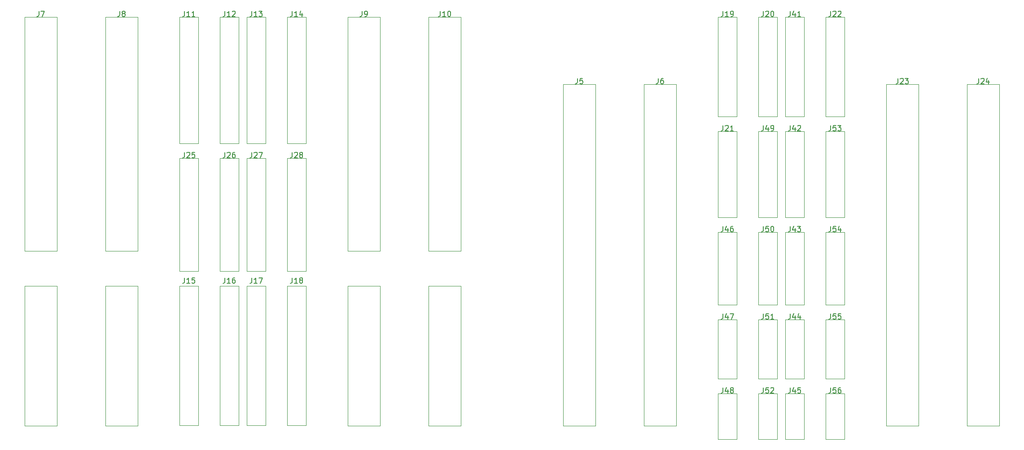
<source format=gbr>
%TF.GenerationSoftware,KiCad,Pcbnew,(5.1.9)-1*%
%TF.CreationDate,2022-08-27T22:21:39+05:30*%
%TF.ProjectId,MFM_ST506 Breakout Board,4d464d5f-5354-4353-9036-20427265616b,rev?*%
%TF.SameCoordinates,Original*%
%TF.FileFunction,Other,User*%
%FSLAX46Y46*%
G04 Gerber Fmt 4.6, Leading zero omitted, Abs format (unit mm)*
G04 Created by KiCad (PCBNEW (5.1.9)-1) date 2022-08-27 22:21:39*
%MOMM*%
%LPD*%
G01*
G04 APERTURE LIST*
%ADD10C,0.050000*%
%ADD11C,0.150000*%
G04 APERTURE END LIST*
D10*
%TO.C,J52*%
X198650000Y-130280000D02*
X195050000Y-130280000D01*
X198650000Y-138930000D02*
X198650000Y-130280000D01*
X195050000Y-138930000D02*
X198650000Y-138930000D01*
X195050000Y-130280000D02*
X195050000Y-138930000D01*
%TO.C,J41*%
X200130000Y-59160000D02*
X200130000Y-78010000D01*
X200130000Y-78010000D02*
X203730000Y-78010000D01*
X203730000Y-78010000D02*
X203730000Y-59160000D01*
X203730000Y-59160000D02*
X200130000Y-59160000D01*
%TO.C,J42*%
X203730000Y-80750000D02*
X200130000Y-80750000D01*
X203730000Y-97050000D02*
X203730000Y-80750000D01*
X200130000Y-97050000D02*
X203730000Y-97050000D01*
X200130000Y-80750000D02*
X200130000Y-97050000D01*
%TO.C,J24*%
X234420000Y-71860000D02*
X234420000Y-136410000D01*
X234420000Y-136410000D02*
X240570000Y-136410000D01*
X240570000Y-136410000D02*
X240570000Y-71860000D01*
X240570000Y-71860000D02*
X234420000Y-71860000D01*
%TO.C,J23*%
X219180000Y-71860000D02*
X219180000Y-136410000D01*
X219180000Y-136410000D02*
X225330000Y-136410000D01*
X225330000Y-136410000D02*
X225330000Y-71860000D01*
X225330000Y-71860000D02*
X219180000Y-71860000D01*
%TO.C,J6*%
X173460000Y-71860000D02*
X173460000Y-136410000D01*
X173460000Y-136410000D02*
X179610000Y-136410000D01*
X179610000Y-136410000D02*
X179610000Y-71860000D01*
X179610000Y-71860000D02*
X173460000Y-71860000D01*
%TO.C,J5*%
X158220000Y-71860000D02*
X158220000Y-136410000D01*
X158220000Y-136410000D02*
X164370000Y-136410000D01*
X164370000Y-136410000D02*
X164370000Y-71860000D01*
X164370000Y-71860000D02*
X158220000Y-71860000D01*
%TO.C,J10*%
X138970000Y-59160000D02*
X132820000Y-59160000D01*
X138970000Y-103410000D02*
X138970000Y-59160000D01*
X132820000Y-103410000D02*
X138970000Y-103410000D01*
X132820000Y-59160000D02*
X132820000Y-103410000D01*
%TO.C,J9*%
X123730000Y-59160000D02*
X117580000Y-59160000D01*
X123730000Y-103410000D02*
X123730000Y-59160000D01*
X117580000Y-103410000D02*
X123730000Y-103410000D01*
X117580000Y-59160000D02*
X117580000Y-103410000D01*
%TO.C,J8*%
X78010000Y-59160000D02*
X71860000Y-59160000D01*
X78010000Y-103410000D02*
X78010000Y-59160000D01*
X71860000Y-103410000D02*
X78010000Y-103410000D01*
X71860000Y-59160000D02*
X71860000Y-103410000D01*
%TO.C,J7*%
X62770000Y-59160000D02*
X56620000Y-59160000D01*
X62770000Y-103410000D02*
X62770000Y-59160000D01*
X56620000Y-103410000D02*
X62770000Y-103410000D01*
X56620000Y-59160000D02*
X56620000Y-103410000D01*
%TO.C,J25*%
X89430000Y-85830000D02*
X85830000Y-85830000D01*
X89430000Y-107180000D02*
X89430000Y-85830000D01*
X85830000Y-107180000D02*
X89430000Y-107180000D01*
X85830000Y-85830000D02*
X85830000Y-107180000D01*
%TO.C,J56*%
X211350000Y-130280000D02*
X207750000Y-130280000D01*
X211350000Y-138930000D02*
X211350000Y-130280000D01*
X207750000Y-138930000D02*
X211350000Y-138930000D01*
X207750000Y-130280000D02*
X207750000Y-138930000D01*
%TO.C,J55*%
X211350000Y-116310000D02*
X207750000Y-116310000D01*
X211350000Y-127510000D02*
X211350000Y-116310000D01*
X207750000Y-127510000D02*
X211350000Y-127510000D01*
X207750000Y-116310000D02*
X207750000Y-127510000D01*
%TO.C,J54*%
X211350000Y-99800000D02*
X207750000Y-99800000D01*
X211350000Y-113550000D02*
X211350000Y-99800000D01*
X207750000Y-113550000D02*
X211350000Y-113550000D01*
X207750000Y-99800000D02*
X207750000Y-113550000D01*
%TO.C,J53*%
X211350000Y-80750000D02*
X207750000Y-80750000D01*
X211350000Y-97050000D02*
X211350000Y-80750000D01*
X207750000Y-97050000D02*
X211350000Y-97050000D01*
X207750000Y-80750000D02*
X207750000Y-97050000D01*
%TO.C,J22*%
X207750000Y-59160000D02*
X207750000Y-78010000D01*
X207750000Y-78010000D02*
X211350000Y-78010000D01*
X211350000Y-78010000D02*
X211350000Y-59160000D01*
X211350000Y-59160000D02*
X207750000Y-59160000D01*
%TO.C,J51*%
X198650000Y-116310000D02*
X195050000Y-116310000D01*
X198650000Y-127510000D02*
X198650000Y-116310000D01*
X195050000Y-127510000D02*
X198650000Y-127510000D01*
X195050000Y-116310000D02*
X195050000Y-127510000D01*
%TO.C,J50*%
X198650000Y-99800000D02*
X195050000Y-99800000D01*
X198650000Y-113550000D02*
X198650000Y-99800000D01*
X195050000Y-113550000D02*
X198650000Y-113550000D01*
X195050000Y-99800000D02*
X195050000Y-113550000D01*
%TO.C,J49*%
X198650000Y-80750000D02*
X195050000Y-80750000D01*
X198650000Y-97050000D02*
X198650000Y-80750000D01*
X195050000Y-97050000D02*
X198650000Y-97050000D01*
X195050000Y-80750000D02*
X195050000Y-97050000D01*
%TO.C,J20*%
X195050000Y-59160000D02*
X195050000Y-78010000D01*
X195050000Y-78010000D02*
X198650000Y-78010000D01*
X198650000Y-78010000D02*
X198650000Y-59160000D01*
X198650000Y-59160000D02*
X195050000Y-59160000D01*
%TO.C,J48*%
X191030000Y-130280000D02*
X187430000Y-130280000D01*
X191030000Y-138930000D02*
X191030000Y-130280000D01*
X187430000Y-138930000D02*
X191030000Y-138930000D01*
X187430000Y-130280000D02*
X187430000Y-138930000D01*
%TO.C,J47*%
X191030000Y-116310000D02*
X187430000Y-116310000D01*
X191030000Y-127510000D02*
X191030000Y-116310000D01*
X187430000Y-127510000D02*
X191030000Y-127510000D01*
X187430000Y-116310000D02*
X187430000Y-127510000D01*
%TO.C,J46*%
X191030000Y-99800000D02*
X187430000Y-99800000D01*
X191030000Y-113550000D02*
X191030000Y-99800000D01*
X187430000Y-113550000D02*
X191030000Y-113550000D01*
X187430000Y-99800000D02*
X187430000Y-113550000D01*
%TO.C,J21*%
X191030000Y-80750000D02*
X187430000Y-80750000D01*
X191030000Y-97050000D02*
X191030000Y-80750000D01*
X187430000Y-97050000D02*
X191030000Y-97050000D01*
X187430000Y-80750000D02*
X187430000Y-97050000D01*
%TO.C,J19*%
X187430000Y-59160000D02*
X187430000Y-78010000D01*
X187430000Y-78010000D02*
X191030000Y-78010000D01*
X191030000Y-78010000D02*
X191030000Y-59160000D01*
X191030000Y-59160000D02*
X187430000Y-59160000D01*
%TO.C,J45*%
X203730000Y-130280000D02*
X200130000Y-130280000D01*
X203730000Y-138930000D02*
X203730000Y-130280000D01*
X200130000Y-138930000D02*
X203730000Y-138930000D01*
X200130000Y-130280000D02*
X200130000Y-138930000D01*
%TO.C,J44*%
X203730000Y-116310000D02*
X200130000Y-116310000D01*
X203730000Y-127510000D02*
X203730000Y-116310000D01*
X200130000Y-127510000D02*
X203730000Y-127510000D01*
X200130000Y-116310000D02*
X200130000Y-127510000D01*
%TO.C,J43*%
X203730000Y-99800000D02*
X200130000Y-99800000D01*
X203730000Y-113550000D02*
X203730000Y-99800000D01*
X200130000Y-113550000D02*
X203730000Y-113550000D01*
X200130000Y-99800000D02*
X200130000Y-113550000D01*
%TO.C,J3*%
X138970000Y-109960000D02*
X132820000Y-109960000D01*
X138970000Y-136410000D02*
X138970000Y-109960000D01*
X132820000Y-136410000D02*
X138970000Y-136410000D01*
X132820000Y-109960000D02*
X132820000Y-136410000D01*
%TO.C,J4*%
X123730000Y-109960000D02*
X117580000Y-109960000D01*
X123730000Y-136410000D02*
X123730000Y-109960000D01*
X117580000Y-136410000D02*
X123730000Y-136410000D01*
X117580000Y-109960000D02*
X117580000Y-136410000D01*
%TO.C,J18*%
X106150000Y-109960000D02*
X109700000Y-109960000D01*
X109700000Y-109960000D02*
X109700000Y-136360000D01*
X109700000Y-136360000D02*
X106150000Y-136360000D01*
X106150000Y-136360000D02*
X106150000Y-109960000D01*
%TO.C,J17*%
X98530000Y-109960000D02*
X102080000Y-109960000D01*
X102080000Y-109960000D02*
X102080000Y-136360000D01*
X102080000Y-136360000D02*
X98530000Y-136360000D01*
X98530000Y-136360000D02*
X98530000Y-109960000D01*
%TO.C,J16*%
X93450000Y-109960000D02*
X97000000Y-109960000D01*
X97000000Y-109960000D02*
X97000000Y-136360000D01*
X97000000Y-136360000D02*
X93450000Y-136360000D01*
X93450000Y-136360000D02*
X93450000Y-109960000D01*
%TO.C,J15*%
X85830000Y-109960000D02*
X89380000Y-109960000D01*
X89380000Y-109960000D02*
X89380000Y-136360000D01*
X89380000Y-136360000D02*
X85830000Y-136360000D01*
X85830000Y-136360000D02*
X85830000Y-109960000D01*
%TO.C,J2*%
X78010000Y-109960000D02*
X71860000Y-109960000D01*
X78010000Y-136410000D02*
X78010000Y-109960000D01*
X71860000Y-136410000D02*
X78010000Y-136410000D01*
X71860000Y-109960000D02*
X71860000Y-136410000D01*
%TO.C,J1*%
X62770000Y-109960000D02*
X56620000Y-109960000D01*
X62770000Y-136410000D02*
X62770000Y-109960000D01*
X56620000Y-136410000D02*
X62770000Y-136410000D01*
X56620000Y-109960000D02*
X56620000Y-136410000D01*
%TO.C,J28*%
X109750000Y-85830000D02*
X106150000Y-85830000D01*
X109750000Y-107180000D02*
X109750000Y-85830000D01*
X106150000Y-107180000D02*
X109750000Y-107180000D01*
X106150000Y-85830000D02*
X106150000Y-107180000D01*
%TO.C,J27*%
X102130000Y-85830000D02*
X98530000Y-85830000D01*
X102130000Y-107180000D02*
X102130000Y-85830000D01*
X98530000Y-107180000D02*
X102130000Y-107180000D01*
X98530000Y-85830000D02*
X98530000Y-107180000D01*
%TO.C,J26*%
X97050000Y-85830000D02*
X93450000Y-85830000D01*
X97050000Y-107180000D02*
X97050000Y-85830000D01*
X93450000Y-107180000D02*
X97050000Y-107180000D01*
X93450000Y-85830000D02*
X93450000Y-107180000D01*
%TO.C,J14*%
X109750000Y-59160000D02*
X106150000Y-59160000D01*
X109750000Y-83060000D02*
X109750000Y-59160000D01*
X106150000Y-83060000D02*
X109750000Y-83060000D01*
X106150000Y-59160000D02*
X106150000Y-83060000D01*
%TO.C,J13*%
X102130000Y-59160000D02*
X98530000Y-59160000D01*
X102130000Y-83060000D02*
X102130000Y-59160000D01*
X98530000Y-83060000D02*
X102130000Y-83060000D01*
X98530000Y-59160000D02*
X98530000Y-83060000D01*
%TO.C,J12*%
X97050000Y-59160000D02*
X93450000Y-59160000D01*
X97050000Y-83060000D02*
X97050000Y-59160000D01*
X93450000Y-83060000D02*
X97050000Y-83060000D01*
X93450000Y-59160000D02*
X93450000Y-83060000D01*
%TO.C,J11*%
X89430000Y-59160000D02*
X85830000Y-59160000D01*
X89430000Y-83060000D02*
X89430000Y-59160000D01*
X85830000Y-83060000D02*
X89430000Y-83060000D01*
X85830000Y-59160000D02*
X85830000Y-83060000D01*
%TD*%
%TO.C,J52*%
D11*
X196040476Y-129202380D02*
X196040476Y-129916666D01*
X195992857Y-130059523D01*
X195897619Y-130154761D01*
X195754761Y-130202380D01*
X195659523Y-130202380D01*
X196992857Y-129202380D02*
X196516666Y-129202380D01*
X196469047Y-129678571D01*
X196516666Y-129630952D01*
X196611904Y-129583333D01*
X196850000Y-129583333D01*
X196945238Y-129630952D01*
X196992857Y-129678571D01*
X197040476Y-129773809D01*
X197040476Y-130011904D01*
X196992857Y-130107142D01*
X196945238Y-130154761D01*
X196850000Y-130202380D01*
X196611904Y-130202380D01*
X196516666Y-130154761D01*
X196469047Y-130107142D01*
X197421428Y-129297619D02*
X197469047Y-129250000D01*
X197564285Y-129202380D01*
X197802380Y-129202380D01*
X197897619Y-129250000D01*
X197945238Y-129297619D01*
X197992857Y-129392857D01*
X197992857Y-129488095D01*
X197945238Y-129630952D01*
X197373809Y-130202380D01*
X197992857Y-130202380D01*
%TO.C,J41*%
X201120476Y-58082380D02*
X201120476Y-58796666D01*
X201072857Y-58939523D01*
X200977619Y-59034761D01*
X200834761Y-59082380D01*
X200739523Y-59082380D01*
X202025238Y-58415714D02*
X202025238Y-59082380D01*
X201787142Y-58034761D02*
X201549047Y-58749047D01*
X202168095Y-58749047D01*
X203072857Y-59082380D02*
X202501428Y-59082380D01*
X202787142Y-59082380D02*
X202787142Y-58082380D01*
X202691904Y-58225238D01*
X202596666Y-58320476D01*
X202501428Y-58368095D01*
%TO.C,J42*%
X201120476Y-79672380D02*
X201120476Y-80386666D01*
X201072857Y-80529523D01*
X200977619Y-80624761D01*
X200834761Y-80672380D01*
X200739523Y-80672380D01*
X202025238Y-80005714D02*
X202025238Y-80672380D01*
X201787142Y-79624761D02*
X201549047Y-80339047D01*
X202168095Y-80339047D01*
X202501428Y-79767619D02*
X202549047Y-79720000D01*
X202644285Y-79672380D01*
X202882380Y-79672380D01*
X202977619Y-79720000D01*
X203025238Y-79767619D01*
X203072857Y-79862857D01*
X203072857Y-79958095D01*
X203025238Y-80100952D01*
X202453809Y-80672380D01*
X203072857Y-80672380D01*
%TO.C,J24*%
X236680476Y-70782380D02*
X236680476Y-71496666D01*
X236632857Y-71639523D01*
X236537619Y-71734761D01*
X236394761Y-71782380D01*
X236299523Y-71782380D01*
X237109047Y-70877619D02*
X237156666Y-70830000D01*
X237251904Y-70782380D01*
X237490000Y-70782380D01*
X237585238Y-70830000D01*
X237632857Y-70877619D01*
X237680476Y-70972857D01*
X237680476Y-71068095D01*
X237632857Y-71210952D01*
X237061428Y-71782380D01*
X237680476Y-71782380D01*
X238537619Y-71115714D02*
X238537619Y-71782380D01*
X238299523Y-70734761D02*
X238061428Y-71449047D01*
X238680476Y-71449047D01*
%TO.C,J23*%
X221440476Y-70782380D02*
X221440476Y-71496666D01*
X221392857Y-71639523D01*
X221297619Y-71734761D01*
X221154761Y-71782380D01*
X221059523Y-71782380D01*
X221869047Y-70877619D02*
X221916666Y-70830000D01*
X222011904Y-70782380D01*
X222250000Y-70782380D01*
X222345238Y-70830000D01*
X222392857Y-70877619D01*
X222440476Y-70972857D01*
X222440476Y-71068095D01*
X222392857Y-71210952D01*
X221821428Y-71782380D01*
X222440476Y-71782380D01*
X222773809Y-70782380D02*
X223392857Y-70782380D01*
X223059523Y-71163333D01*
X223202380Y-71163333D01*
X223297619Y-71210952D01*
X223345238Y-71258571D01*
X223392857Y-71353809D01*
X223392857Y-71591904D01*
X223345238Y-71687142D01*
X223297619Y-71734761D01*
X223202380Y-71782380D01*
X222916666Y-71782380D01*
X222821428Y-71734761D01*
X222773809Y-71687142D01*
%TO.C,J6*%
X176196666Y-70782380D02*
X176196666Y-71496666D01*
X176149047Y-71639523D01*
X176053809Y-71734761D01*
X175910952Y-71782380D01*
X175815714Y-71782380D01*
X177101428Y-70782380D02*
X176910952Y-70782380D01*
X176815714Y-70830000D01*
X176768095Y-70877619D01*
X176672857Y-71020476D01*
X176625238Y-71210952D01*
X176625238Y-71591904D01*
X176672857Y-71687142D01*
X176720476Y-71734761D01*
X176815714Y-71782380D01*
X177006190Y-71782380D01*
X177101428Y-71734761D01*
X177149047Y-71687142D01*
X177196666Y-71591904D01*
X177196666Y-71353809D01*
X177149047Y-71258571D01*
X177101428Y-71210952D01*
X177006190Y-71163333D01*
X176815714Y-71163333D01*
X176720476Y-71210952D01*
X176672857Y-71258571D01*
X176625238Y-71353809D01*
%TO.C,J5*%
X160956666Y-70782380D02*
X160956666Y-71496666D01*
X160909047Y-71639523D01*
X160813809Y-71734761D01*
X160670952Y-71782380D01*
X160575714Y-71782380D01*
X161909047Y-70782380D02*
X161432857Y-70782380D01*
X161385238Y-71258571D01*
X161432857Y-71210952D01*
X161528095Y-71163333D01*
X161766190Y-71163333D01*
X161861428Y-71210952D01*
X161909047Y-71258571D01*
X161956666Y-71353809D01*
X161956666Y-71591904D01*
X161909047Y-71687142D01*
X161861428Y-71734761D01*
X161766190Y-71782380D01*
X161528095Y-71782380D01*
X161432857Y-71734761D01*
X161385238Y-71687142D01*
%TO.C,J10*%
X135080476Y-58082380D02*
X135080476Y-58796666D01*
X135032857Y-58939523D01*
X134937619Y-59034761D01*
X134794761Y-59082380D01*
X134699523Y-59082380D01*
X136080476Y-59082380D02*
X135509047Y-59082380D01*
X135794761Y-59082380D02*
X135794761Y-58082380D01*
X135699523Y-58225238D01*
X135604285Y-58320476D01*
X135509047Y-58368095D01*
X136699523Y-58082380D02*
X136794761Y-58082380D01*
X136890000Y-58130000D01*
X136937619Y-58177619D01*
X136985238Y-58272857D01*
X137032857Y-58463333D01*
X137032857Y-58701428D01*
X136985238Y-58891904D01*
X136937619Y-58987142D01*
X136890000Y-59034761D01*
X136794761Y-59082380D01*
X136699523Y-59082380D01*
X136604285Y-59034761D01*
X136556666Y-58987142D01*
X136509047Y-58891904D01*
X136461428Y-58701428D01*
X136461428Y-58463333D01*
X136509047Y-58272857D01*
X136556666Y-58177619D01*
X136604285Y-58130000D01*
X136699523Y-58082380D01*
%TO.C,J9*%
X120316666Y-58082380D02*
X120316666Y-58796666D01*
X120269047Y-58939523D01*
X120173809Y-59034761D01*
X120030952Y-59082380D01*
X119935714Y-59082380D01*
X120840476Y-59082380D02*
X121030952Y-59082380D01*
X121126190Y-59034761D01*
X121173809Y-58987142D01*
X121269047Y-58844285D01*
X121316666Y-58653809D01*
X121316666Y-58272857D01*
X121269047Y-58177619D01*
X121221428Y-58130000D01*
X121126190Y-58082380D01*
X120935714Y-58082380D01*
X120840476Y-58130000D01*
X120792857Y-58177619D01*
X120745238Y-58272857D01*
X120745238Y-58510952D01*
X120792857Y-58606190D01*
X120840476Y-58653809D01*
X120935714Y-58701428D01*
X121126190Y-58701428D01*
X121221428Y-58653809D01*
X121269047Y-58606190D01*
X121316666Y-58510952D01*
%TO.C,J8*%
X74596666Y-58082380D02*
X74596666Y-58796666D01*
X74549047Y-58939523D01*
X74453809Y-59034761D01*
X74310952Y-59082380D01*
X74215714Y-59082380D01*
X75215714Y-58510952D02*
X75120476Y-58463333D01*
X75072857Y-58415714D01*
X75025238Y-58320476D01*
X75025238Y-58272857D01*
X75072857Y-58177619D01*
X75120476Y-58130000D01*
X75215714Y-58082380D01*
X75406190Y-58082380D01*
X75501428Y-58130000D01*
X75549047Y-58177619D01*
X75596666Y-58272857D01*
X75596666Y-58320476D01*
X75549047Y-58415714D01*
X75501428Y-58463333D01*
X75406190Y-58510952D01*
X75215714Y-58510952D01*
X75120476Y-58558571D01*
X75072857Y-58606190D01*
X75025238Y-58701428D01*
X75025238Y-58891904D01*
X75072857Y-58987142D01*
X75120476Y-59034761D01*
X75215714Y-59082380D01*
X75406190Y-59082380D01*
X75501428Y-59034761D01*
X75549047Y-58987142D01*
X75596666Y-58891904D01*
X75596666Y-58701428D01*
X75549047Y-58606190D01*
X75501428Y-58558571D01*
X75406190Y-58510952D01*
%TO.C,J7*%
X59356666Y-58082380D02*
X59356666Y-58796666D01*
X59309047Y-58939523D01*
X59213809Y-59034761D01*
X59070952Y-59082380D01*
X58975714Y-59082380D01*
X59737619Y-58082380D02*
X60404285Y-58082380D01*
X59975714Y-59082380D01*
%TO.C,J25*%
X86820476Y-84752380D02*
X86820476Y-85466666D01*
X86772857Y-85609523D01*
X86677619Y-85704761D01*
X86534761Y-85752380D01*
X86439523Y-85752380D01*
X87249047Y-84847619D02*
X87296666Y-84800000D01*
X87391904Y-84752380D01*
X87630000Y-84752380D01*
X87725238Y-84800000D01*
X87772857Y-84847619D01*
X87820476Y-84942857D01*
X87820476Y-85038095D01*
X87772857Y-85180952D01*
X87201428Y-85752380D01*
X87820476Y-85752380D01*
X88725238Y-84752380D02*
X88249047Y-84752380D01*
X88201428Y-85228571D01*
X88249047Y-85180952D01*
X88344285Y-85133333D01*
X88582380Y-85133333D01*
X88677619Y-85180952D01*
X88725238Y-85228571D01*
X88772857Y-85323809D01*
X88772857Y-85561904D01*
X88725238Y-85657142D01*
X88677619Y-85704761D01*
X88582380Y-85752380D01*
X88344285Y-85752380D01*
X88249047Y-85704761D01*
X88201428Y-85657142D01*
%TO.C,J56*%
X208740476Y-129202380D02*
X208740476Y-129916666D01*
X208692857Y-130059523D01*
X208597619Y-130154761D01*
X208454761Y-130202380D01*
X208359523Y-130202380D01*
X209692857Y-129202380D02*
X209216666Y-129202380D01*
X209169047Y-129678571D01*
X209216666Y-129630952D01*
X209311904Y-129583333D01*
X209550000Y-129583333D01*
X209645238Y-129630952D01*
X209692857Y-129678571D01*
X209740476Y-129773809D01*
X209740476Y-130011904D01*
X209692857Y-130107142D01*
X209645238Y-130154761D01*
X209550000Y-130202380D01*
X209311904Y-130202380D01*
X209216666Y-130154761D01*
X209169047Y-130107142D01*
X210597619Y-129202380D02*
X210407142Y-129202380D01*
X210311904Y-129250000D01*
X210264285Y-129297619D01*
X210169047Y-129440476D01*
X210121428Y-129630952D01*
X210121428Y-130011904D01*
X210169047Y-130107142D01*
X210216666Y-130154761D01*
X210311904Y-130202380D01*
X210502380Y-130202380D01*
X210597619Y-130154761D01*
X210645238Y-130107142D01*
X210692857Y-130011904D01*
X210692857Y-129773809D01*
X210645238Y-129678571D01*
X210597619Y-129630952D01*
X210502380Y-129583333D01*
X210311904Y-129583333D01*
X210216666Y-129630952D01*
X210169047Y-129678571D01*
X210121428Y-129773809D01*
%TO.C,J55*%
X208740476Y-115232380D02*
X208740476Y-115946666D01*
X208692857Y-116089523D01*
X208597619Y-116184761D01*
X208454761Y-116232380D01*
X208359523Y-116232380D01*
X209692857Y-115232380D02*
X209216666Y-115232380D01*
X209169047Y-115708571D01*
X209216666Y-115660952D01*
X209311904Y-115613333D01*
X209550000Y-115613333D01*
X209645238Y-115660952D01*
X209692857Y-115708571D01*
X209740476Y-115803809D01*
X209740476Y-116041904D01*
X209692857Y-116137142D01*
X209645238Y-116184761D01*
X209550000Y-116232380D01*
X209311904Y-116232380D01*
X209216666Y-116184761D01*
X209169047Y-116137142D01*
X210645238Y-115232380D02*
X210169047Y-115232380D01*
X210121428Y-115708571D01*
X210169047Y-115660952D01*
X210264285Y-115613333D01*
X210502380Y-115613333D01*
X210597619Y-115660952D01*
X210645238Y-115708571D01*
X210692857Y-115803809D01*
X210692857Y-116041904D01*
X210645238Y-116137142D01*
X210597619Y-116184761D01*
X210502380Y-116232380D01*
X210264285Y-116232380D01*
X210169047Y-116184761D01*
X210121428Y-116137142D01*
%TO.C,J54*%
X208740476Y-98722380D02*
X208740476Y-99436666D01*
X208692857Y-99579523D01*
X208597619Y-99674761D01*
X208454761Y-99722380D01*
X208359523Y-99722380D01*
X209692857Y-98722380D02*
X209216666Y-98722380D01*
X209169047Y-99198571D01*
X209216666Y-99150952D01*
X209311904Y-99103333D01*
X209550000Y-99103333D01*
X209645238Y-99150952D01*
X209692857Y-99198571D01*
X209740476Y-99293809D01*
X209740476Y-99531904D01*
X209692857Y-99627142D01*
X209645238Y-99674761D01*
X209550000Y-99722380D01*
X209311904Y-99722380D01*
X209216666Y-99674761D01*
X209169047Y-99627142D01*
X210597619Y-99055714D02*
X210597619Y-99722380D01*
X210359523Y-98674761D02*
X210121428Y-99389047D01*
X210740476Y-99389047D01*
%TO.C,J53*%
X208740476Y-79672380D02*
X208740476Y-80386666D01*
X208692857Y-80529523D01*
X208597619Y-80624761D01*
X208454761Y-80672380D01*
X208359523Y-80672380D01*
X209692857Y-79672380D02*
X209216666Y-79672380D01*
X209169047Y-80148571D01*
X209216666Y-80100952D01*
X209311904Y-80053333D01*
X209550000Y-80053333D01*
X209645238Y-80100952D01*
X209692857Y-80148571D01*
X209740476Y-80243809D01*
X209740476Y-80481904D01*
X209692857Y-80577142D01*
X209645238Y-80624761D01*
X209550000Y-80672380D01*
X209311904Y-80672380D01*
X209216666Y-80624761D01*
X209169047Y-80577142D01*
X210073809Y-79672380D02*
X210692857Y-79672380D01*
X210359523Y-80053333D01*
X210502380Y-80053333D01*
X210597619Y-80100952D01*
X210645238Y-80148571D01*
X210692857Y-80243809D01*
X210692857Y-80481904D01*
X210645238Y-80577142D01*
X210597619Y-80624761D01*
X210502380Y-80672380D01*
X210216666Y-80672380D01*
X210121428Y-80624761D01*
X210073809Y-80577142D01*
%TO.C,J22*%
X208740476Y-58082380D02*
X208740476Y-58796666D01*
X208692857Y-58939523D01*
X208597619Y-59034761D01*
X208454761Y-59082380D01*
X208359523Y-59082380D01*
X209169047Y-58177619D02*
X209216666Y-58130000D01*
X209311904Y-58082380D01*
X209550000Y-58082380D01*
X209645238Y-58130000D01*
X209692857Y-58177619D01*
X209740476Y-58272857D01*
X209740476Y-58368095D01*
X209692857Y-58510952D01*
X209121428Y-59082380D01*
X209740476Y-59082380D01*
X210121428Y-58177619D02*
X210169047Y-58130000D01*
X210264285Y-58082380D01*
X210502380Y-58082380D01*
X210597619Y-58130000D01*
X210645238Y-58177619D01*
X210692857Y-58272857D01*
X210692857Y-58368095D01*
X210645238Y-58510952D01*
X210073809Y-59082380D01*
X210692857Y-59082380D01*
%TO.C,J51*%
X196040476Y-115232380D02*
X196040476Y-115946666D01*
X195992857Y-116089523D01*
X195897619Y-116184761D01*
X195754761Y-116232380D01*
X195659523Y-116232380D01*
X196992857Y-115232380D02*
X196516666Y-115232380D01*
X196469047Y-115708571D01*
X196516666Y-115660952D01*
X196611904Y-115613333D01*
X196850000Y-115613333D01*
X196945238Y-115660952D01*
X196992857Y-115708571D01*
X197040476Y-115803809D01*
X197040476Y-116041904D01*
X196992857Y-116137142D01*
X196945238Y-116184761D01*
X196850000Y-116232380D01*
X196611904Y-116232380D01*
X196516666Y-116184761D01*
X196469047Y-116137142D01*
X197992857Y-116232380D02*
X197421428Y-116232380D01*
X197707142Y-116232380D02*
X197707142Y-115232380D01*
X197611904Y-115375238D01*
X197516666Y-115470476D01*
X197421428Y-115518095D01*
%TO.C,J50*%
X196040476Y-98722380D02*
X196040476Y-99436666D01*
X195992857Y-99579523D01*
X195897619Y-99674761D01*
X195754761Y-99722380D01*
X195659523Y-99722380D01*
X196992857Y-98722380D02*
X196516666Y-98722380D01*
X196469047Y-99198571D01*
X196516666Y-99150952D01*
X196611904Y-99103333D01*
X196850000Y-99103333D01*
X196945238Y-99150952D01*
X196992857Y-99198571D01*
X197040476Y-99293809D01*
X197040476Y-99531904D01*
X196992857Y-99627142D01*
X196945238Y-99674761D01*
X196850000Y-99722380D01*
X196611904Y-99722380D01*
X196516666Y-99674761D01*
X196469047Y-99627142D01*
X197659523Y-98722380D02*
X197754761Y-98722380D01*
X197850000Y-98770000D01*
X197897619Y-98817619D01*
X197945238Y-98912857D01*
X197992857Y-99103333D01*
X197992857Y-99341428D01*
X197945238Y-99531904D01*
X197897619Y-99627142D01*
X197850000Y-99674761D01*
X197754761Y-99722380D01*
X197659523Y-99722380D01*
X197564285Y-99674761D01*
X197516666Y-99627142D01*
X197469047Y-99531904D01*
X197421428Y-99341428D01*
X197421428Y-99103333D01*
X197469047Y-98912857D01*
X197516666Y-98817619D01*
X197564285Y-98770000D01*
X197659523Y-98722380D01*
%TO.C,J49*%
X196040476Y-79672380D02*
X196040476Y-80386666D01*
X195992857Y-80529523D01*
X195897619Y-80624761D01*
X195754761Y-80672380D01*
X195659523Y-80672380D01*
X196945238Y-80005714D02*
X196945238Y-80672380D01*
X196707142Y-79624761D02*
X196469047Y-80339047D01*
X197088095Y-80339047D01*
X197516666Y-80672380D02*
X197707142Y-80672380D01*
X197802380Y-80624761D01*
X197850000Y-80577142D01*
X197945238Y-80434285D01*
X197992857Y-80243809D01*
X197992857Y-79862857D01*
X197945238Y-79767619D01*
X197897619Y-79720000D01*
X197802380Y-79672380D01*
X197611904Y-79672380D01*
X197516666Y-79720000D01*
X197469047Y-79767619D01*
X197421428Y-79862857D01*
X197421428Y-80100952D01*
X197469047Y-80196190D01*
X197516666Y-80243809D01*
X197611904Y-80291428D01*
X197802380Y-80291428D01*
X197897619Y-80243809D01*
X197945238Y-80196190D01*
X197992857Y-80100952D01*
%TO.C,J20*%
X196040476Y-58082380D02*
X196040476Y-58796666D01*
X195992857Y-58939523D01*
X195897619Y-59034761D01*
X195754761Y-59082380D01*
X195659523Y-59082380D01*
X196469047Y-58177619D02*
X196516666Y-58130000D01*
X196611904Y-58082380D01*
X196850000Y-58082380D01*
X196945238Y-58130000D01*
X196992857Y-58177619D01*
X197040476Y-58272857D01*
X197040476Y-58368095D01*
X196992857Y-58510952D01*
X196421428Y-59082380D01*
X197040476Y-59082380D01*
X197659523Y-58082380D02*
X197754761Y-58082380D01*
X197850000Y-58130000D01*
X197897619Y-58177619D01*
X197945238Y-58272857D01*
X197992857Y-58463333D01*
X197992857Y-58701428D01*
X197945238Y-58891904D01*
X197897619Y-58987142D01*
X197850000Y-59034761D01*
X197754761Y-59082380D01*
X197659523Y-59082380D01*
X197564285Y-59034761D01*
X197516666Y-58987142D01*
X197469047Y-58891904D01*
X197421428Y-58701428D01*
X197421428Y-58463333D01*
X197469047Y-58272857D01*
X197516666Y-58177619D01*
X197564285Y-58130000D01*
X197659523Y-58082380D01*
%TO.C,J48*%
X188420476Y-129202380D02*
X188420476Y-129916666D01*
X188372857Y-130059523D01*
X188277619Y-130154761D01*
X188134761Y-130202380D01*
X188039523Y-130202380D01*
X189325238Y-129535714D02*
X189325238Y-130202380D01*
X189087142Y-129154761D02*
X188849047Y-129869047D01*
X189468095Y-129869047D01*
X189991904Y-129630952D02*
X189896666Y-129583333D01*
X189849047Y-129535714D01*
X189801428Y-129440476D01*
X189801428Y-129392857D01*
X189849047Y-129297619D01*
X189896666Y-129250000D01*
X189991904Y-129202380D01*
X190182380Y-129202380D01*
X190277619Y-129250000D01*
X190325238Y-129297619D01*
X190372857Y-129392857D01*
X190372857Y-129440476D01*
X190325238Y-129535714D01*
X190277619Y-129583333D01*
X190182380Y-129630952D01*
X189991904Y-129630952D01*
X189896666Y-129678571D01*
X189849047Y-129726190D01*
X189801428Y-129821428D01*
X189801428Y-130011904D01*
X189849047Y-130107142D01*
X189896666Y-130154761D01*
X189991904Y-130202380D01*
X190182380Y-130202380D01*
X190277619Y-130154761D01*
X190325238Y-130107142D01*
X190372857Y-130011904D01*
X190372857Y-129821428D01*
X190325238Y-129726190D01*
X190277619Y-129678571D01*
X190182380Y-129630952D01*
%TO.C,J47*%
X188420476Y-115232380D02*
X188420476Y-115946666D01*
X188372857Y-116089523D01*
X188277619Y-116184761D01*
X188134761Y-116232380D01*
X188039523Y-116232380D01*
X189325238Y-115565714D02*
X189325238Y-116232380D01*
X189087142Y-115184761D02*
X188849047Y-115899047D01*
X189468095Y-115899047D01*
X189753809Y-115232380D02*
X190420476Y-115232380D01*
X189991904Y-116232380D01*
%TO.C,J46*%
X188420476Y-98722380D02*
X188420476Y-99436666D01*
X188372857Y-99579523D01*
X188277619Y-99674761D01*
X188134761Y-99722380D01*
X188039523Y-99722380D01*
X189325238Y-99055714D02*
X189325238Y-99722380D01*
X189087142Y-98674761D02*
X188849047Y-99389047D01*
X189468095Y-99389047D01*
X190277619Y-98722380D02*
X190087142Y-98722380D01*
X189991904Y-98770000D01*
X189944285Y-98817619D01*
X189849047Y-98960476D01*
X189801428Y-99150952D01*
X189801428Y-99531904D01*
X189849047Y-99627142D01*
X189896666Y-99674761D01*
X189991904Y-99722380D01*
X190182380Y-99722380D01*
X190277619Y-99674761D01*
X190325238Y-99627142D01*
X190372857Y-99531904D01*
X190372857Y-99293809D01*
X190325238Y-99198571D01*
X190277619Y-99150952D01*
X190182380Y-99103333D01*
X189991904Y-99103333D01*
X189896666Y-99150952D01*
X189849047Y-99198571D01*
X189801428Y-99293809D01*
%TO.C,J21*%
X188420476Y-79672380D02*
X188420476Y-80386666D01*
X188372857Y-80529523D01*
X188277619Y-80624761D01*
X188134761Y-80672380D01*
X188039523Y-80672380D01*
X188849047Y-79767619D02*
X188896666Y-79720000D01*
X188991904Y-79672380D01*
X189230000Y-79672380D01*
X189325238Y-79720000D01*
X189372857Y-79767619D01*
X189420476Y-79862857D01*
X189420476Y-79958095D01*
X189372857Y-80100952D01*
X188801428Y-80672380D01*
X189420476Y-80672380D01*
X190372857Y-80672380D02*
X189801428Y-80672380D01*
X190087142Y-80672380D02*
X190087142Y-79672380D01*
X189991904Y-79815238D01*
X189896666Y-79910476D01*
X189801428Y-79958095D01*
%TO.C,J19*%
X188420476Y-58082380D02*
X188420476Y-58796666D01*
X188372857Y-58939523D01*
X188277619Y-59034761D01*
X188134761Y-59082380D01*
X188039523Y-59082380D01*
X189420476Y-59082380D02*
X188849047Y-59082380D01*
X189134761Y-59082380D02*
X189134761Y-58082380D01*
X189039523Y-58225238D01*
X188944285Y-58320476D01*
X188849047Y-58368095D01*
X189896666Y-59082380D02*
X190087142Y-59082380D01*
X190182380Y-59034761D01*
X190230000Y-58987142D01*
X190325238Y-58844285D01*
X190372857Y-58653809D01*
X190372857Y-58272857D01*
X190325238Y-58177619D01*
X190277619Y-58130000D01*
X190182380Y-58082380D01*
X189991904Y-58082380D01*
X189896666Y-58130000D01*
X189849047Y-58177619D01*
X189801428Y-58272857D01*
X189801428Y-58510952D01*
X189849047Y-58606190D01*
X189896666Y-58653809D01*
X189991904Y-58701428D01*
X190182380Y-58701428D01*
X190277619Y-58653809D01*
X190325238Y-58606190D01*
X190372857Y-58510952D01*
%TO.C,J45*%
X201120476Y-129202380D02*
X201120476Y-129916666D01*
X201072857Y-130059523D01*
X200977619Y-130154761D01*
X200834761Y-130202380D01*
X200739523Y-130202380D01*
X202025238Y-129535714D02*
X202025238Y-130202380D01*
X201787142Y-129154761D02*
X201549047Y-129869047D01*
X202168095Y-129869047D01*
X203025238Y-129202380D02*
X202549047Y-129202380D01*
X202501428Y-129678571D01*
X202549047Y-129630952D01*
X202644285Y-129583333D01*
X202882380Y-129583333D01*
X202977619Y-129630952D01*
X203025238Y-129678571D01*
X203072857Y-129773809D01*
X203072857Y-130011904D01*
X203025238Y-130107142D01*
X202977619Y-130154761D01*
X202882380Y-130202380D01*
X202644285Y-130202380D01*
X202549047Y-130154761D01*
X202501428Y-130107142D01*
%TO.C,J44*%
X201120476Y-115232380D02*
X201120476Y-115946666D01*
X201072857Y-116089523D01*
X200977619Y-116184761D01*
X200834761Y-116232380D01*
X200739523Y-116232380D01*
X202025238Y-115565714D02*
X202025238Y-116232380D01*
X201787142Y-115184761D02*
X201549047Y-115899047D01*
X202168095Y-115899047D01*
X202977619Y-115565714D02*
X202977619Y-116232380D01*
X202739523Y-115184761D02*
X202501428Y-115899047D01*
X203120476Y-115899047D01*
%TO.C,J43*%
X201120476Y-98722380D02*
X201120476Y-99436666D01*
X201072857Y-99579523D01*
X200977619Y-99674761D01*
X200834761Y-99722380D01*
X200739523Y-99722380D01*
X202025238Y-99055714D02*
X202025238Y-99722380D01*
X201787142Y-98674761D02*
X201549047Y-99389047D01*
X202168095Y-99389047D01*
X202453809Y-98722380D02*
X203072857Y-98722380D01*
X202739523Y-99103333D01*
X202882380Y-99103333D01*
X202977619Y-99150952D01*
X203025238Y-99198571D01*
X203072857Y-99293809D01*
X203072857Y-99531904D01*
X203025238Y-99627142D01*
X202977619Y-99674761D01*
X202882380Y-99722380D01*
X202596666Y-99722380D01*
X202501428Y-99674761D01*
X202453809Y-99627142D01*
%TO.C,J18*%
X107140476Y-108442380D02*
X107140476Y-109156666D01*
X107092857Y-109299523D01*
X106997619Y-109394761D01*
X106854761Y-109442380D01*
X106759523Y-109442380D01*
X108140476Y-109442380D02*
X107569047Y-109442380D01*
X107854761Y-109442380D02*
X107854761Y-108442380D01*
X107759523Y-108585238D01*
X107664285Y-108680476D01*
X107569047Y-108728095D01*
X108711904Y-108870952D02*
X108616666Y-108823333D01*
X108569047Y-108775714D01*
X108521428Y-108680476D01*
X108521428Y-108632857D01*
X108569047Y-108537619D01*
X108616666Y-108490000D01*
X108711904Y-108442380D01*
X108902380Y-108442380D01*
X108997619Y-108490000D01*
X109045238Y-108537619D01*
X109092857Y-108632857D01*
X109092857Y-108680476D01*
X109045238Y-108775714D01*
X108997619Y-108823333D01*
X108902380Y-108870952D01*
X108711904Y-108870952D01*
X108616666Y-108918571D01*
X108569047Y-108966190D01*
X108521428Y-109061428D01*
X108521428Y-109251904D01*
X108569047Y-109347142D01*
X108616666Y-109394761D01*
X108711904Y-109442380D01*
X108902380Y-109442380D01*
X108997619Y-109394761D01*
X109045238Y-109347142D01*
X109092857Y-109251904D01*
X109092857Y-109061428D01*
X109045238Y-108966190D01*
X108997619Y-108918571D01*
X108902380Y-108870952D01*
%TO.C,J17*%
X99520476Y-108442380D02*
X99520476Y-109156666D01*
X99472857Y-109299523D01*
X99377619Y-109394761D01*
X99234761Y-109442380D01*
X99139523Y-109442380D01*
X100520476Y-109442380D02*
X99949047Y-109442380D01*
X100234761Y-109442380D02*
X100234761Y-108442380D01*
X100139523Y-108585238D01*
X100044285Y-108680476D01*
X99949047Y-108728095D01*
X100853809Y-108442380D02*
X101520476Y-108442380D01*
X101091904Y-109442380D01*
%TO.C,J16*%
X94440476Y-108442380D02*
X94440476Y-109156666D01*
X94392857Y-109299523D01*
X94297619Y-109394761D01*
X94154761Y-109442380D01*
X94059523Y-109442380D01*
X95440476Y-109442380D02*
X94869047Y-109442380D01*
X95154761Y-109442380D02*
X95154761Y-108442380D01*
X95059523Y-108585238D01*
X94964285Y-108680476D01*
X94869047Y-108728095D01*
X96297619Y-108442380D02*
X96107142Y-108442380D01*
X96011904Y-108490000D01*
X95964285Y-108537619D01*
X95869047Y-108680476D01*
X95821428Y-108870952D01*
X95821428Y-109251904D01*
X95869047Y-109347142D01*
X95916666Y-109394761D01*
X96011904Y-109442380D01*
X96202380Y-109442380D01*
X96297619Y-109394761D01*
X96345238Y-109347142D01*
X96392857Y-109251904D01*
X96392857Y-109013809D01*
X96345238Y-108918571D01*
X96297619Y-108870952D01*
X96202380Y-108823333D01*
X96011904Y-108823333D01*
X95916666Y-108870952D01*
X95869047Y-108918571D01*
X95821428Y-109013809D01*
%TO.C,J15*%
X86820476Y-108442380D02*
X86820476Y-109156666D01*
X86772857Y-109299523D01*
X86677619Y-109394761D01*
X86534761Y-109442380D01*
X86439523Y-109442380D01*
X87820476Y-109442380D02*
X87249047Y-109442380D01*
X87534761Y-109442380D02*
X87534761Y-108442380D01*
X87439523Y-108585238D01*
X87344285Y-108680476D01*
X87249047Y-108728095D01*
X88725238Y-108442380D02*
X88249047Y-108442380D01*
X88201428Y-108918571D01*
X88249047Y-108870952D01*
X88344285Y-108823333D01*
X88582380Y-108823333D01*
X88677619Y-108870952D01*
X88725238Y-108918571D01*
X88772857Y-109013809D01*
X88772857Y-109251904D01*
X88725238Y-109347142D01*
X88677619Y-109394761D01*
X88582380Y-109442380D01*
X88344285Y-109442380D01*
X88249047Y-109394761D01*
X88201428Y-109347142D01*
%TO.C,J28*%
X107140476Y-84752380D02*
X107140476Y-85466666D01*
X107092857Y-85609523D01*
X106997619Y-85704761D01*
X106854761Y-85752380D01*
X106759523Y-85752380D01*
X107569047Y-84847619D02*
X107616666Y-84800000D01*
X107711904Y-84752380D01*
X107950000Y-84752380D01*
X108045238Y-84800000D01*
X108092857Y-84847619D01*
X108140476Y-84942857D01*
X108140476Y-85038095D01*
X108092857Y-85180952D01*
X107521428Y-85752380D01*
X108140476Y-85752380D01*
X108711904Y-85180952D02*
X108616666Y-85133333D01*
X108569047Y-85085714D01*
X108521428Y-84990476D01*
X108521428Y-84942857D01*
X108569047Y-84847619D01*
X108616666Y-84800000D01*
X108711904Y-84752380D01*
X108902380Y-84752380D01*
X108997619Y-84800000D01*
X109045238Y-84847619D01*
X109092857Y-84942857D01*
X109092857Y-84990476D01*
X109045238Y-85085714D01*
X108997619Y-85133333D01*
X108902380Y-85180952D01*
X108711904Y-85180952D01*
X108616666Y-85228571D01*
X108569047Y-85276190D01*
X108521428Y-85371428D01*
X108521428Y-85561904D01*
X108569047Y-85657142D01*
X108616666Y-85704761D01*
X108711904Y-85752380D01*
X108902380Y-85752380D01*
X108997619Y-85704761D01*
X109045238Y-85657142D01*
X109092857Y-85561904D01*
X109092857Y-85371428D01*
X109045238Y-85276190D01*
X108997619Y-85228571D01*
X108902380Y-85180952D01*
%TO.C,J27*%
X99520476Y-84752380D02*
X99520476Y-85466666D01*
X99472857Y-85609523D01*
X99377619Y-85704761D01*
X99234761Y-85752380D01*
X99139523Y-85752380D01*
X99949047Y-84847619D02*
X99996666Y-84800000D01*
X100091904Y-84752380D01*
X100330000Y-84752380D01*
X100425238Y-84800000D01*
X100472857Y-84847619D01*
X100520476Y-84942857D01*
X100520476Y-85038095D01*
X100472857Y-85180952D01*
X99901428Y-85752380D01*
X100520476Y-85752380D01*
X100853809Y-84752380D02*
X101520476Y-84752380D01*
X101091904Y-85752380D01*
%TO.C,J26*%
X94440476Y-84752380D02*
X94440476Y-85466666D01*
X94392857Y-85609523D01*
X94297619Y-85704761D01*
X94154761Y-85752380D01*
X94059523Y-85752380D01*
X94869047Y-84847619D02*
X94916666Y-84800000D01*
X95011904Y-84752380D01*
X95250000Y-84752380D01*
X95345238Y-84800000D01*
X95392857Y-84847619D01*
X95440476Y-84942857D01*
X95440476Y-85038095D01*
X95392857Y-85180952D01*
X94821428Y-85752380D01*
X95440476Y-85752380D01*
X96297619Y-84752380D02*
X96107142Y-84752380D01*
X96011904Y-84800000D01*
X95964285Y-84847619D01*
X95869047Y-84990476D01*
X95821428Y-85180952D01*
X95821428Y-85561904D01*
X95869047Y-85657142D01*
X95916666Y-85704761D01*
X96011904Y-85752380D01*
X96202380Y-85752380D01*
X96297619Y-85704761D01*
X96345238Y-85657142D01*
X96392857Y-85561904D01*
X96392857Y-85323809D01*
X96345238Y-85228571D01*
X96297619Y-85180952D01*
X96202380Y-85133333D01*
X96011904Y-85133333D01*
X95916666Y-85180952D01*
X95869047Y-85228571D01*
X95821428Y-85323809D01*
%TO.C,J14*%
X107140476Y-58082380D02*
X107140476Y-58796666D01*
X107092857Y-58939523D01*
X106997619Y-59034761D01*
X106854761Y-59082380D01*
X106759523Y-59082380D01*
X108140476Y-59082380D02*
X107569047Y-59082380D01*
X107854761Y-59082380D02*
X107854761Y-58082380D01*
X107759523Y-58225238D01*
X107664285Y-58320476D01*
X107569047Y-58368095D01*
X108997619Y-58415714D02*
X108997619Y-59082380D01*
X108759523Y-58034761D02*
X108521428Y-58749047D01*
X109140476Y-58749047D01*
%TO.C,J13*%
X99520476Y-58082380D02*
X99520476Y-58796666D01*
X99472857Y-58939523D01*
X99377619Y-59034761D01*
X99234761Y-59082380D01*
X99139523Y-59082380D01*
X100520476Y-59082380D02*
X99949047Y-59082380D01*
X100234761Y-59082380D02*
X100234761Y-58082380D01*
X100139523Y-58225238D01*
X100044285Y-58320476D01*
X99949047Y-58368095D01*
X100853809Y-58082380D02*
X101472857Y-58082380D01*
X101139523Y-58463333D01*
X101282380Y-58463333D01*
X101377619Y-58510952D01*
X101425238Y-58558571D01*
X101472857Y-58653809D01*
X101472857Y-58891904D01*
X101425238Y-58987142D01*
X101377619Y-59034761D01*
X101282380Y-59082380D01*
X100996666Y-59082380D01*
X100901428Y-59034761D01*
X100853809Y-58987142D01*
%TO.C,J12*%
X94440476Y-58082380D02*
X94440476Y-58796666D01*
X94392857Y-58939523D01*
X94297619Y-59034761D01*
X94154761Y-59082380D01*
X94059523Y-59082380D01*
X95440476Y-59082380D02*
X94869047Y-59082380D01*
X95154761Y-59082380D02*
X95154761Y-58082380D01*
X95059523Y-58225238D01*
X94964285Y-58320476D01*
X94869047Y-58368095D01*
X95821428Y-58177619D02*
X95869047Y-58130000D01*
X95964285Y-58082380D01*
X96202380Y-58082380D01*
X96297619Y-58130000D01*
X96345238Y-58177619D01*
X96392857Y-58272857D01*
X96392857Y-58368095D01*
X96345238Y-58510952D01*
X95773809Y-59082380D01*
X96392857Y-59082380D01*
%TO.C,J11*%
X86820476Y-58082380D02*
X86820476Y-58796666D01*
X86772857Y-58939523D01*
X86677619Y-59034761D01*
X86534761Y-59082380D01*
X86439523Y-59082380D01*
X87820476Y-59082380D02*
X87249047Y-59082380D01*
X87534761Y-59082380D02*
X87534761Y-58082380D01*
X87439523Y-58225238D01*
X87344285Y-58320476D01*
X87249047Y-58368095D01*
X88772857Y-59082380D02*
X88201428Y-59082380D01*
X88487142Y-59082380D02*
X88487142Y-58082380D01*
X88391904Y-58225238D01*
X88296666Y-58320476D01*
X88201428Y-58368095D01*
%TD*%
M02*

</source>
